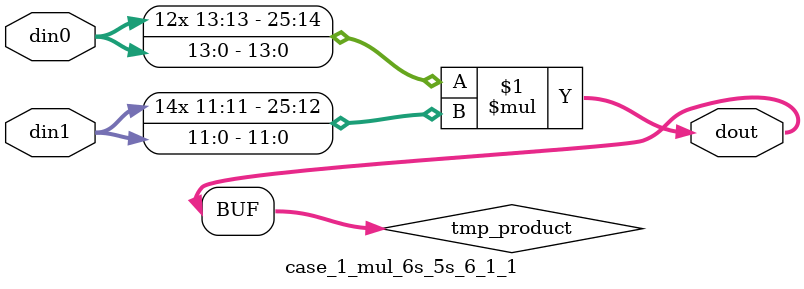
<source format=v>

`timescale 1 ns / 1 ps

 module case_1_mul_6s_5s_6_1_1(din0, din1, dout);
parameter ID = 1;
parameter NUM_STAGE = 0;
parameter din0_WIDTH = 14;
parameter din1_WIDTH = 12;
parameter dout_WIDTH = 26;

input [din0_WIDTH - 1 : 0] din0; 
input [din1_WIDTH - 1 : 0] din1; 
output [dout_WIDTH - 1 : 0] dout;

wire signed [dout_WIDTH - 1 : 0] tmp_product;



























assign tmp_product = $signed(din0) * $signed(din1);








assign dout = tmp_product;





















endmodule

</source>
